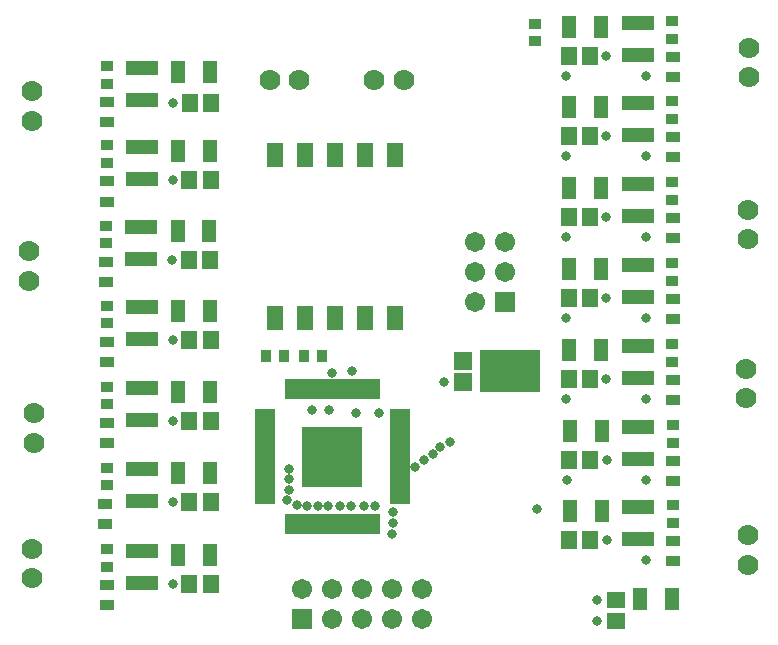
<source format=gts>
G04*
G04 #@! TF.GenerationSoftware,Altium Limited,Altium Designer,20.0.10 (225)*
G04*
G04 Layer_Color=8388736*
%FSLAX25Y25*%
%MOIN*%
G70*
G01*
G75*
%ADD18R,0.19934X0.14028*%
%ADD19R,0.06312X0.06272*%
%ADD20R,0.03556X0.04343*%
%ADD21R,0.04343X0.03556*%
%ADD22R,0.06312X0.05524*%
%ADD23R,0.05131X0.07493*%
%ADD24R,0.05800X0.08241*%
%ADD25R,0.06607X0.01981*%
%ADD26R,0.01981X0.06607*%
%ADD27R,0.20485X0.20485*%
%ADD28R,0.05524X0.06312*%
%ADD29R,0.04540X0.03753*%
%ADD30R,0.11036X0.05131*%
%ADD31C,0.07001*%
%ADD32R,0.06706X0.06706*%
%ADD33C,0.06706*%
%ADD34R,0.06706X0.06706*%
%ADD35C,0.03162*%
D18*
X302299Y187000D02*
D03*
D19*
X286622Y183378D02*
D03*
Y190622D02*
D03*
D20*
X221047Y192000D02*
D03*
X226953D02*
D03*
X239453Y192000D02*
D03*
X233547D02*
D03*
D21*
X310500Y297047D02*
D03*
Y302953D02*
D03*
X356386Y297942D02*
D03*
Y303848D02*
D03*
X356386Y271171D02*
D03*
Y277076D02*
D03*
Y244171D02*
D03*
Y250076D02*
D03*
Y217171D02*
D03*
Y223076D02*
D03*
Y190171D02*
D03*
Y196076D02*
D03*
X356571Y163128D02*
D03*
Y169033D02*
D03*
X356549Y136432D02*
D03*
Y142338D02*
D03*
X167964Y282911D02*
D03*
Y288817D02*
D03*
X167964Y256541D02*
D03*
Y262447D02*
D03*
X167779Y229727D02*
D03*
Y235632D02*
D03*
X167964Y203042D02*
D03*
Y208947D02*
D03*
Y176041D02*
D03*
Y181947D02*
D03*
Y149041D02*
D03*
Y154947D02*
D03*
X167964Y121912D02*
D03*
Y127817D02*
D03*
D22*
X337549Y110791D02*
D03*
Y103704D02*
D03*
D23*
X345734Y111247D02*
D03*
X356364D02*
D03*
X322071Y301942D02*
D03*
X332701D02*
D03*
X322071Y275171D02*
D03*
X332701D02*
D03*
X322071Y248171D02*
D03*
X332701D02*
D03*
X322071Y221171D02*
D03*
X332701D02*
D03*
X322071Y194171D02*
D03*
X332701D02*
D03*
X322256Y167128D02*
D03*
X332886D02*
D03*
X322234Y140432D02*
D03*
X332864D02*
D03*
X202279Y286912D02*
D03*
X191649D02*
D03*
X202279Y260541D02*
D03*
X191649D02*
D03*
X202094Y233727D02*
D03*
X191464D02*
D03*
X202279Y207041D02*
D03*
X191649D02*
D03*
X202279Y180042D02*
D03*
X191649D02*
D03*
X202279Y153042D02*
D03*
X191649D02*
D03*
X202279Y125911D02*
D03*
X191649D02*
D03*
D24*
X224000Y204854D02*
D03*
X234000D02*
D03*
X244000D02*
D03*
X254000D02*
D03*
X264000D02*
D03*
Y259146D02*
D03*
X254000D02*
D03*
X244000D02*
D03*
X234000D02*
D03*
X224000D02*
D03*
D25*
X220500Y173374D02*
D03*
Y171405D02*
D03*
Y169437D02*
D03*
Y167469D02*
D03*
Y165500D02*
D03*
Y163531D02*
D03*
Y161563D02*
D03*
Y159595D02*
D03*
Y157626D02*
D03*
Y155657D02*
D03*
Y153689D02*
D03*
Y151720D02*
D03*
Y149752D02*
D03*
Y147784D02*
D03*
Y145815D02*
D03*
Y143846D02*
D03*
X265681D02*
D03*
Y145815D02*
D03*
Y147784D02*
D03*
Y149752D02*
D03*
Y151720D02*
D03*
Y153689D02*
D03*
Y155657D02*
D03*
Y157626D02*
D03*
Y159595D02*
D03*
Y161563D02*
D03*
Y163531D02*
D03*
Y165500D02*
D03*
Y167469D02*
D03*
Y169437D02*
D03*
Y171405D02*
D03*
Y173374D02*
D03*
D26*
X228327Y136020D02*
D03*
X230295D02*
D03*
X232264D02*
D03*
X234232D02*
D03*
X236201D02*
D03*
X238169D02*
D03*
X240138D02*
D03*
X242106D02*
D03*
X244075D02*
D03*
X246043D02*
D03*
X248012D02*
D03*
X249980D02*
D03*
X251949D02*
D03*
X253917D02*
D03*
X255886D02*
D03*
X257854D02*
D03*
Y181201D02*
D03*
X255886D02*
D03*
X253917D02*
D03*
X251949D02*
D03*
X249980D02*
D03*
X248012D02*
D03*
X246043D02*
D03*
X244075D02*
D03*
X242106D02*
D03*
X240138D02*
D03*
X238169D02*
D03*
X236201D02*
D03*
X234232D02*
D03*
X232264D02*
D03*
X230295D02*
D03*
X228327D02*
D03*
D27*
X243091Y158610D02*
D03*
D28*
X321843Y292257D02*
D03*
X328929D02*
D03*
X321843Y265486D02*
D03*
X328929D02*
D03*
X321843Y238486D02*
D03*
X328929D02*
D03*
X321843Y211486D02*
D03*
X328929D02*
D03*
X321843Y184486D02*
D03*
X328929D02*
D03*
X322028Y157442D02*
D03*
X329115D02*
D03*
X322005Y130747D02*
D03*
X329092D02*
D03*
X202587Y276500D02*
D03*
X195500D02*
D03*
X202507Y250856D02*
D03*
X195421D02*
D03*
X202323Y224042D02*
D03*
X195236D02*
D03*
X202507Y197356D02*
D03*
X195421D02*
D03*
X202507Y170356D02*
D03*
X195421D02*
D03*
X202507Y143356D02*
D03*
X195421D02*
D03*
X202507Y116226D02*
D03*
X195421D02*
D03*
D29*
X356500Y291846D02*
D03*
Y285154D02*
D03*
X356500Y265075D02*
D03*
Y258382D02*
D03*
Y238075D02*
D03*
Y231382D02*
D03*
Y211075D02*
D03*
Y204382D02*
D03*
Y184075D02*
D03*
Y177382D02*
D03*
X356685Y157032D02*
D03*
Y150339D02*
D03*
X356500Y130347D02*
D03*
Y123653D02*
D03*
X167964Y276711D02*
D03*
Y270018D02*
D03*
X167964Y250341D02*
D03*
Y243648D02*
D03*
X167779Y223526D02*
D03*
Y216833D02*
D03*
X167964Y196841D02*
D03*
Y190148D02*
D03*
Y169841D02*
D03*
Y163148D02*
D03*
X167135Y142841D02*
D03*
Y136148D02*
D03*
X167964Y115711D02*
D03*
Y109018D02*
D03*
D30*
X344886Y292628D02*
D03*
Y303257D02*
D03*
X344886Y265856D02*
D03*
Y276486D02*
D03*
Y238856D02*
D03*
Y249486D02*
D03*
Y211856D02*
D03*
Y222486D02*
D03*
Y184856D02*
D03*
Y195486D02*
D03*
X345071Y157813D02*
D03*
Y168442D02*
D03*
X345049Y131117D02*
D03*
Y141747D02*
D03*
X179464Y277597D02*
D03*
Y288227D02*
D03*
X179464Y251226D02*
D03*
Y261856D02*
D03*
X179279Y224412D02*
D03*
Y235041D02*
D03*
X179464Y197727D02*
D03*
Y208356D02*
D03*
Y170727D02*
D03*
Y181356D02*
D03*
Y143727D02*
D03*
Y154356D02*
D03*
X179464Y116597D02*
D03*
Y127226D02*
D03*
D31*
X382000Y294843D02*
D03*
Y285000D02*
D03*
X381500Y240843D02*
D03*
Y231000D02*
D03*
X381000Y187843D02*
D03*
Y178000D02*
D03*
X381500Y132343D02*
D03*
Y122500D02*
D03*
X143000Y118000D02*
D03*
Y127842D02*
D03*
X143464Y163226D02*
D03*
Y173069D02*
D03*
X141964Y217227D02*
D03*
Y227069D02*
D03*
X142964Y270644D02*
D03*
Y280486D02*
D03*
X266843Y284000D02*
D03*
X257000D02*
D03*
X232000D02*
D03*
X222158D02*
D03*
D32*
X300500Y210000D02*
D03*
D33*
Y220000D02*
D03*
Y230000D02*
D03*
X290500Y210000D02*
D03*
Y220000D02*
D03*
Y230000D02*
D03*
X243000Y104500D02*
D03*
X253000D02*
D03*
X263000D02*
D03*
X273000D02*
D03*
X233000Y114500D02*
D03*
X243000D02*
D03*
X253000D02*
D03*
X263000D02*
D03*
X273000D02*
D03*
D34*
X233000Y104500D02*
D03*
D35*
X331209Y110791D02*
D03*
X243000Y165500D02*
D03*
X250000D02*
D03*
Y160000D02*
D03*
X243000D02*
D03*
X236000Y165500D02*
D03*
Y160000D02*
D03*
X249500Y187000D02*
D03*
X243000Y186500D02*
D03*
X331344Y103753D02*
D03*
X280238Y183528D02*
D03*
X263043Y132726D02*
D03*
X263232Y140020D02*
D03*
Y136407D02*
D03*
X311291Y141291D02*
D03*
X276540Y159327D02*
D03*
X273462Y157557D02*
D03*
X270743Y155263D02*
D03*
X278842Y161781D02*
D03*
X282232Y163520D02*
D03*
X231228Y142493D02*
D03*
X238232Y142020D02*
D03*
X234591Y142110D02*
D03*
X241636Y142091D02*
D03*
X245732Y142020D02*
D03*
X249423Y142091D02*
D03*
X253732Y142020D02*
D03*
X257232D02*
D03*
X228091Y144110D02*
D03*
X228590Y147610D02*
D03*
Y151110D02*
D03*
Y154610D02*
D03*
X334549Y130747D02*
D03*
X347662Y123990D02*
D03*
X334571Y157442D02*
D03*
X321185Y150685D02*
D03*
X347685D02*
D03*
X334386Y184486D02*
D03*
X321000Y177728D02*
D03*
X347500D02*
D03*
X334386Y211486D02*
D03*
X321000Y204728D02*
D03*
X347500D02*
D03*
X334386Y238486D02*
D03*
X321000Y231728D02*
D03*
X347500D02*
D03*
X334386Y265486D02*
D03*
X321000Y258728D02*
D03*
X347500D02*
D03*
X347500Y285500D02*
D03*
X251091Y173110D02*
D03*
X258591D02*
D03*
X242043Y174110D02*
D03*
X236138D02*
D03*
X321000Y285500D02*
D03*
X334386Y292257D02*
D03*
X189964Y116226D02*
D03*
X189964Y143356D02*
D03*
Y170356D02*
D03*
Y197356D02*
D03*
X189779Y224041D02*
D03*
X189964Y250856D02*
D03*
X190043Y276500D02*
D03*
M02*

</source>
